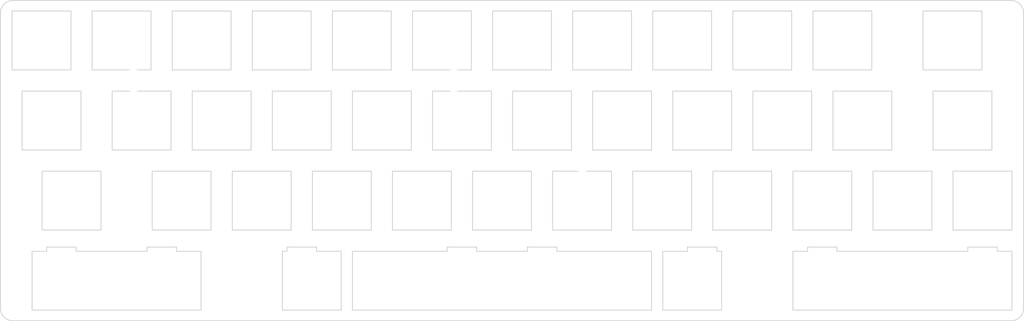
<source format=kicad_pcb>
(kicad_pcb (version 20211014) (generator pcbnew)
  (layers (0 "F.Cu" signal) (31 "B.Cu" signal) (34 "B.Paste" user) (35 "F.Paste" user) (36 "B.SilkS" user "B.Silkscreen") (37 "F.SilkS" user "F.Silkscreen") (38 "B.Mask" user) (39 "F.Mask" user) (44 "Edge.Cuts" user))
  (net 0 "")
  (footprint "" (layer "F.Cu") (at 211.056043 124.937401)
    (fp_text reference "" (at 0 0) (layer "F.SilkS") (effects (font (size 1.27 1.27))))
    (fp_text value "" (at 0 0) (layer "F.SilkS") (effects (font (size 1.27 1.27))))
    (pad "" np_thru_hole circle (at 0 0) (size 5.3 5.3) (drill 5.3) (layers F&B.Cu *.Mask))
  )
  (footprint "" (layer "F.Cu") (at 60.11875 78.4375)
    (fp_text reference "" (at 0 0) (layer "F.SilkS") (effects (font (size 1.27 1.27))))
    (fp_text value "" (at 0 0) (layer "F.SilkS") (effects (font (size 1.27 1.27))))
    (pad "" np_thru_hole circle (at 0 0) (size 5.3 5.3) (drill 5.3) (layers F&B.Cu *.Mask))
  )
  (footprint "" (layer "F.Cu") (at 136.318751 78.4375)
    (fp_text reference "" (at 0 0) (layer "F.SilkS") (effects (font (size 1.27 1.27))))
    (fp_text value "" (at 0 0) (layer "F.SilkS") (effects (font (size 1.27 1.27))))
    (pad "" np_thru_hole circle (at 0 0) (size 5.3 5.3) (drill 5.3) (layers F&B.Cu *.Mask))
  )
  (footprint "" (layer "F.Cu") (at 239.356043 76.1375)
    (fp_text reference "" (at 0 0) (layer "F.SilkS") (effects (font (size 1.27 1.27))))
    (fp_text value "" (at 0 0) (layer "F.SilkS") (effects (font (size 1.27 1.27))))
    (pad "" np_thru_hole circle (at 0 0) (size 5.3 5.3) (drill 5.3) (layers F&B.Cu *.Mask))
  )
  (footprint "" (layer "F.Cu") (at 166.806043 97.5375)
    (fp_text reference "" (at 0 0) (layer "F.SilkS") (effects (font (size 1.27 1.27))))
    (fp_text value "" (at 0 0) (layer "F.SilkS") (effects (font (size 1.27 1.27))))
    (pad "" np_thru_hole circle (at 0 0) (size 5.3 5.3) (drill 5.3) (layers F&B.Cu *.Mask))
  )
  (footprint "" (layer "F.Cu") (at 58.56875 113.187401)
    (fp_text reference "" (at 0 0) (layer "F.SilkS") (effects (font (size 1.27 1.27))))
    (fp_text value "" (at 0 0) (layer "F.SilkS") (effects (font (size 1.27 1.27))))
    (pad "" np_thru_hole circle (at 0 0) (size 5.3 5.3) (drill 5.3) (layers F&B.Cu *.Mask))
  )
  (gr_line (start 269.08125 114.0125) (end 255.08125 114.0125) (layer "Edge.Cuts") (width 0.2))
  (gr_line (start 153.80625 118.0625) (end 160.80625 118.062499) (layer "Edge.Cuts") (width 0.2))
  (gr_line (start 164.30625 80.9625) (end 164.30625 94.9625) (layer "Edge.Cuts") (width 0.2))
  (gr_line (start 69.05625 94.9625) (end 55.05625 94.9625) (layer "Edge.Cuts") (width 0.2))
  (gr_line (start 183.643751 75.9125) (end 183.643751 61.9125) (layer "Edge.Cuts") (width 0.2))
  (gr_line (start 131.25625 80.9625) (end 145.25625 80.9625) (layer "Edge.Cuts") (width 0.2))
  (gr_line (start 39.4745 119.0625) (end 39.4745 118.062499) (layer "Edge.Cuts") (width 0.2))
  (gr_line (start 64.29375 61.912499) (end 64.29375 75.912499) (layer "Edge.Cuts") (width 0.2))
  (gr_arc (start 268.856043 59.387499) (mid 270.977365 60.266178) (end 271.856044 62.3875) (layer "Edge.Cuts") (width 0.2))
  (gr_line (start 50.29375 75.912499) (end 50.29375 61.912499) (layer "Edge.Cuts") (width 0.2))
  (gr_line (start 186.025 119.0625) (end 191.90625 119.0625) (layer "Edge.Cuts") (width 0.2))
  (gr_line (start 258.58125 118.0625) (end 265.58125 118.062499) (layer "Edge.Cuts") (width 0.2))
  (gr_line (start 107.44375 61.9125) (end 121.44375 61.9125) (layer "Edge.Cuts") (width 0.2))
  (gr_line (start 96.65625 119.0625) (end 96.65625 118.062499) (layer "Edge.Cuts") (width 0.2))
  (gr_line (start 230.98125 114.012499) (end 216.98125 114.012499) (layer "Edge.Cuts") (width 0.2))
  (gr_line (start 145.54375 75.912499) (end 145.54375 61.9125) (layer "Edge.Cuts") (width 0.2))
  (gr_line (start 264.31875 80.9625) (end 264.31875 94.9625) (layer "Edge.Cuts") (width 0.2))
  (gr_line (start 69.343752 61.9125) (end 69.343752 75.9125) (layer "Edge.Cuts") (width 0.2))
  (gr_line (start 109.5375 133.0625) (end 95.5375 133.062499) (layer "Edge.Cuts") (width 0.2))
  (gr_line (start 150.30625 80.9625) (end 164.30625 80.9625) (layer "Edge.Cuts") (width 0.2))
  (gr_line (start 88.393751 61.9125) (end 102.393751 61.9125) (layer "Edge.Cuts") (width 0.2))
  (gr_line (start 36.006251 119.0625) (end 39.4745 119.0625) (layer "Edge.Cuts") (width 0.2))
  (gr_line (start 47.625 80.9625) (end 47.625 94.9625) (layer "Edge.Cuts") (width 0.2))
  (gr_line (start 107.156251 80.9625) (end 107.156251 94.9625) (layer "Edge.Cuts") (width 0.2))
  (gr_line (start 216.69375 75.9125) (end 202.69375 75.9125) (layer "Edge.Cuts") (width 0.2))
  (gr_line (start 45.24375 61.9125) (end 45.24375 75.9125) (layer "Edge.Cuts") (width 0.2))
  (gr_line (start 227.481251 118.062499) (end 227.481251 119.0625) (layer "Edge.Cuts") (width 0.2))
  (gr_line (start 74.106251 94.9625) (end 74.106251 80.9625) (layer "Edge.Cuts") (width 0.2))
  (gr_line (start 78.58125 114.0125) (end 64.58125 114.0125) (layer "Edge.Cuts") (width 0.2))
  (gr_line (start 88.393751 75.9125) (end 88.393751 61.9125) (layer "Edge.Cuts") (width 0.2))
  (gr_line (start 31.24375 75.9125) (end 31.24375 61.9125) (layer "Edge.Cuts") (width 0.2))
  (gr_line (start 221.45625 80.9625) (end 221.45625 94.9625) (layer "Edge.Cuts") (width 0.2))
  (gr_line (start 63.3505 119.0625) (end 63.3505 118.0625) (layer "Edge.Cuts") (width 0.2))
  (gr_line (start 52.387501 100.0125) (end 52.387501 114.0125) (layer "Edge.Cuts") (width 0.2))
  (gr_line (start 271.856044 132.5874) (end 271.856044 62.3875) (layer "Edge.Cuts") (width 0.2))
  (gr_line (start 52.387501 114.0125) (end 38.3875 114.0125) (layer "Edge.Cuts") (width 0.2))
  (gr_line (start 202.69375 61.9125) (end 216.69375 61.9125) (layer "Edge.Cuts") (width 0.2))
  (gr_line (start 38.3875 114.0125) (end 38.3875 100.0125) (layer "Edge.Cuts") (width 0.2))
  (gr_line (start 258.581251 119.0625) (end 258.58125 118.0625) (layer "Edge.Cuts") (width 0.2))
  (gr_line (start 191.90625 118.062499) (end 198.90625 118.0625) (layer "Edge.Cuts") (width 0.2))
  (gr_line (start 145.25625 94.9625) (end 131.25625 94.9625) (layer "Edge.Cuts") (width 0.2))
  (gr_line (start 202.406251 80.9625) (end 202.406251 94.9625) (layer "Edge.Cuts") (width 0.2))
  (gr_line (start 154.78125 114.012499) (end 140.781251 114.0125) (layer "Edge.Cuts") (width 0.2))
  (gr_line (start 186.025 133.0625) (end 186.025 119.0625) (layer "Edge.Cuts") (width 0.2))
  (gr_line (start 145.25625 80.9625) (end 145.25625 94.9625) (layer "Edge.Cuts") (width 0.2))
  (gr_arc (start 28.46875 62.3875) (mid 29.34743 60.266179) (end 31.468751 59.3875) (layer "Edge.Cuts") (width 0.2))
  (gr_line (start 188.406251 80.9625) (end 202.406251 80.9625) (layer "Edge.Cuts") (width 0.2))
  (gr_line (start 221.74375 61.9125) (end 235.74375 61.9125) (layer "Edge.Cuts") (width 0.2))
  (gr_line (start 121.44375 75.9125) (end 107.44375 75.9125) (layer "Edge.Cuts") (width 0.2))
  (gr_line (start 183.35625 119.0625) (end 183.35625 133.0625) (layer "Edge.Cuts") (width 0.2))
  (gr_line (start 55.05625 94.9625) (end 55.05625 80.9625) (layer "Edge.Cuts") (width 0.2))
  (gr_line (start 235.74375 61.9125) (end 235.74375 75.9125) (layer "Edge.Cuts") (width 0.2))
  (gr_line (start 102.68125 114.012499) (end 102.68125 100.012499) (layer "Edge.Cuts") (width 0.2))
  (gr_line (start 268.856043 59.387499) (end 31.468751 59.3875) (layer "Edge.Cuts") (width 0.2))
  (gr_line (start 169.356251 94.9625) (end 169.356251 80.9625) (layer "Edge.Cuts") (width 0.2))
  (gr_line (start 107.44375 75.9125) (end 107.44375 61.9125) (layer "Edge.Cuts") (width 0.2))
  (gr_line (start 269.08125 133.0625) (end 216.98125 133.062499) (layer "Edge.Cuts") (width 0.2))
  (gr_line (start 188.406251 94.9625) (end 188.406251 80.9625) (layer "Edge.Cuts") (width 0.2))
  (gr_line (start 261.9375 75.9125) (end 247.9375 75.912499) (layer "Edge.Cuts") (width 0.2))
  (gr_line (start 126.20625 80.9625) (end 126.20625 94.9625) (layer "Edge.Cuts") (width 0.2))
  (gr_line (start 159.54375 61.9125) (end 159.54375 75.9125) (layer "Edge.Cuts") (width 0.2))
  (gr_line (start 121.73125 114.012499) (end 121.73125 100.012499) (layer "Edge.Cuts") (width 0.2))
  (gr_line (start 33.625 94.9625) (end 33.625 80.9625) (layer "Edge.Cuts") (width 0.2))
  (gr_line (start 178.59375 75.912499) (end 164.59375 75.912499) (layer "Edge.Cuts") (width 0.2))
  (gr_line (start 226.50625 80.9625) (end 240.50625 80.9625) (layer "Edge.Cuts") (width 0.2))
  (gr_line (start 140.49375 75.9125) (end 126.49375 75.9125) (layer "Edge.Cuts") (width 0.2))
  (gr_line (start 178.59375 61.912499) (end 178.59375 75.912499) (layer "Edge.Cuts") (width 0.2))
  (gr_line (start 93.15625 80.9625) (end 107.156251 80.9625) (layer "Edge.Cuts") (width 0.2))
  (gr_line (start 216.69375 61.9125) (end 216.69375 75.9125) (layer "Edge.Cuts") (width 0.2))
  (gr_line (start 78.58125 100.0125) (end 78.58125 114.0125) (layer "Edge.Cuts") (width 0.2))
  (gr_line (start 140.78125 100.012502) (end 140.781251 114.0125) (layer "Edge.Cuts") (width 0.2))
  (gr_line (start 88.106251 80.9625) (end 88.106251 94.9625) (layer "Edge.Cuts") (width 0.2))
  (gr_line (start 250.31875 80.9625) (end 264.31875 80.9625) (layer "Edge.Cuts") (width 0.2))
  (gr_line (start 47.625 94.9625) (end 33.625 94.9625) (layer "Edge.Cuts") (width 0.2))
  (gr_line (start 97.63125 100.0125) (end 97.631251 114.012499) (layer "Edge.Cuts") (width 0.2))
  (gr_line (start 141.75625 118.062499) (end 141.75625 119.0625) (layer "Edge.Cuts") (width 0.2))
  (gr_line (start 230.98125 100.012499) (end 230.98125 114.012499) (layer "Edge.Cuts") (width 0.2))
  (gr_line (start 103.65625 118.0625) (end 103.656251 119.0625) (layer "Edge.Cuts") (width 0.2))
  (gr_line (start 269.08125 119.0625) (end 269.08125 133.0625) (layer "Edge.Cuts") (width 0.2))
  (gr_line (start 46.4745 119.0625) (end 63.3505 119.0625) (layer "Edge.Cuts") (width 0.2))
  (gr_line (start 121.73125 100.012499) (end 135.73125 100.012499) (layer "Edge.Cuts") (width 0.2))
  (gr_line (start 112.206251 119.0625) (end 134.75625 119.062499) (layer "Edge.Cuts") (width 0.2))
  (gr_line (start 33.625 80.9625) (end 47.625 80.9625) (layer "Edge.Cuts") (width 0.2))
  (gr_line (start 164.30625 94.9625) (end 150.30625 94.9625) (layer "Edge.Cuts") (width 0.2))
  (gr_line (start 150.30625 94.9625) (end 150.30625 80.9625) (layer "Edge.Cuts") (width 0.2))
  (gr_line (start 197.643751 61.9125) (end 197.643751 75.9125) (layer "Edge.Cuts") (width 0.2))
  (gr_line (start 159.54375 75.9125) (end 145.54375 75.912499) (layer "Edge.Cuts") (width 0.2))
  (gr_line (start 240.50625 94.9625) (end 226.50625 94.9625) (layer "Edge.Cuts") (width 0.2))
  (gr_line (start 250.03125 114.012499) (end 236.03125 114.012499) (layer "Edge.Cuts") (width 0.2))
  (gr_line (start 178.88125 114.0125) (end 178.88125 100.0125) (layer "Edge.Cuts") (width 0.2))
  (gr_line (start 202.69375 75.9125) (end 202.69375 61.9125) (layer "Edge.Cuts") (width 0.2))
  (gr_line (start 265.58125 119.0625) (end 269.08125 119.0625) (layer "Edge.Cuts") (width 0.2))
  (gr_line (start 221.45625 94.9625) (end 207.45625 94.9625) (layer "Edge.Cuts") (width 0.2))
  (gr_line (start 236.031251 100.0125) (end 250.03125 100.012499) (layer "Edge.Cuts") (width 0.2))
  (gr_line (start 250.31875 94.9625) (end 250.31875 80.9625) (layer "Edge.Cuts") (width 0.2))
  (gr_line (start 36.006251 133.0625) (end 36.006251 119.0625) (layer "Edge.Cuts") (width 0.2))
  (gr_line (start 55.05625 80.9625) (end 69.05625 80.9625) (layer "Edge.Cuts") (width 0.2))
  (gr_line (start 226.50625 94.9625) (end 226.50625 80.9625) (layer "Edge.Cuts") (width 0.2))
  (gr_line (start 169.356251 80.9625) (end 183.35625 80.9625) (layer "Edge.Cuts") (width 0.2))
  (gr_line (start 197.93125 100.012499) (end 211.931251 100.012499) (layer "Edge.Cuts") (width 0.2))
  (gr_line (start 145.54375 61.9125) (end 159.54375 61.9125) (layer "Edge.Cuts") (width 0.2))
  (gr_line (start 255.08125 100.0125) (end 269.08125 100.0125) (layer "Edge.Cuts") (width 0.2))
  (gr_line (start 216.981251 119.0625) (end 220.48125 119.0625) (layer "Edge.Cuts") (width 0.2))
  (gr_line (start 83.631251 100.012499) (end 97.63125 100.0125) (layer "Edge.Cuts") (width 0.2))
  (gr_line (start 109.5375 119.0625) (end 109.5375 133.0625) (layer "Edge.Cuts") (width 0.2))
  (gr_line (start 50.29375 61.912499) (end 64.29375 61.912499) (layer "Edge.Cuts") (width 0.2))
  (gr_line (start 102.393751 61.9125) (end 102.393751 75.9125) (layer "Edge.Cuts") (width 0.2))
  (gr_line (start 126.49375 75.9125) (end 126.49375 61.9125) (layer "Edge.Cuts") (width 0.2))
  (gr_line (start 140.49375 61.9125) (end 140.49375 75.9125) (layer "Edge.Cuts") (width 0.2))
  (gr_line (start 269.08125 100.0125) (end 269.08125 114.0125) (layer "Edge.Cuts") (width 0.2))
  (gr_line (start 63.3505 118.0625) (end 70.3505 118.062499) (layer "Edge.Cuts") (width 0.2))
  (gr_line (start 178.88125 100.0125) (end 192.88125 100.0125) (layer "Edge.Cuts") (width 0.2))
  (gr_line (start 227.481251 119.0625) (end 258.581251 119.0625) (layer "Edge.Cuts") (width 0.2))
  (gr_line (start 103.656251 119.0625) (end 109.5375 119.0625) (layer "Edge.Cuts") (width 0.2))
  (gr_line (start 64.58125 114.0125) (end 64.58125 100.0125) (layer "Edge.Cuts") (width 0.2))
  (gr_line (start 202.406251 94.9625) (end 188.406251 94.9625) (layer "Edge.Cuts") (width 0.2))
  (gr_line (start 220.48125 119.0625) (end 220.48125 118.062499) (layer "Edge.Cuts") (width 0.2))
  (gr_line (start 140.78125 100.012502) (end 154.781248 100.012501) (layer "Edge.Cuts") (width 0.2))
  (gr_line (start 153.806251 119.0625) (end 153.80625 118.0625) (layer "Edge.Cuts") (width 0.2))
  (gr_line (start 64.58125 100.0125) (end 78.58125 100.0125) (layer "Edge.Cuts") (width 0.2))
  (gr_line (start 83.631251 114.012499) (end 83.631251 100.012499) (layer "Edge.Cuts") (width 0.2))
  (gr_line (start 159.83125 114.0125) (end 159.83125 100.0125) (layer "Edge.Cuts") (width 0.2))
  (gr_line (start 83.34375 75.9125) (end 83.34375 61.9125) (layer "Edge.Cuts") (width 0.2))
  (gr_line (start 83.34375 75.9125) (end 69.343752 75.9125) (layer "Edge.Cuts") (width 0.2))
  (gr_line (start 164.59375 61.912499) (end 178.59375 61.912499) (layer "Edge.Cuts") (width 0.2))
  (gr_line (start 45.24375 75.9125) (end 31.24375 75.9125) (layer "Edge.Cuts") (width 0.2))
  (gr_line (start 46.4745 118.0625) (end 46.4745 119.0625) (layer "Edge.Cuts") (width 0.2))
  (gr_line (start 154.781249 114.012499) (end 154.781248 100.012501) (layer "Edge.Cuts") (width 0.2))
  (gr_line (start 88.106251 94.9625) (end 74.106251 94.9625) (layer "Edge.Cuts") (width 0.2))
  (gr_line (start 160.80625 118.062499) (end 160.80625 119.0625) (layer "Edge.Cuts") (width 0.2))
  (gr_line (start 141.75625 119.0625) (end 153.806251 119.0625) (layer "Edge.Cuts") (width 0.2))
  (gr_line (start 96.65625 118.062499) (end 103.65625 118.0625) (layer "Edge.Cuts") (width 0.2))
  (gr_line (start 173.83125 100.0125) (end 173.83125 114.0125) (layer "Edge.Cuts") (width 0.2))
  (gr_line (start 183.356251 94.9625) (end 169.356251 94.9625) (layer "Edge.Cuts") (width 0.2))
  (gr_line (start 192.88125 114.0125) (end 178.88125 114.0125) (layer "Edge.Cuts") (width 0.2))
  (gr_line (start 93.15625 94.9625) (end 93.15625 80.9625) (layer "Edge.Cuts") (width 0.2))
  (gr_line (start 198.90625 119.062499) (end 200.025 119.0625) (layer "Edge.Cuts") (width 0.2))
  (gr_arc (start 31.46875 135.587401) (mid 29.34743 134.708721) (end 28.46875 132.587401) (layer "Edge.Cuts") (width 0.2))
  (gr_line (start 134.75625 118.0625) (end 141.75625 118.062499) (layer "Edge.Cuts") (width 0.2))
  (gr_line (start 116.68125 100.012499) (end 116.68125 114.012499) (layer "Edge.Cuts") (width 0.2))
  (gr_line (start 236.03125 114.012499) (end 236.031251 100.0125) (layer "Edge.Cuts") (width 0.2))
  (gr_line (start 131.25625 94.9625) (end 131.25625 80.9625) (layer "Edge.Cuts") (width 0.2))
  (gr_line (start 38.3875 100.0125) (end 52.387501 100.0125) (layer "Edge.Cuts") (width 0.2))
  (gr_line (start 220.48125 118.062499) (end 227.481251 118.062499) (layer "Edge.Cuts") (width 0.2))
  (gr_line (start 265.58125 118.062499) (end 265.58125 119.0625) (layer "Edge.Cuts") (width 0.2))
  (gr_line (start 64.29375 75.912499) (end 50.29375 75.912499) (layer "Edge.Cuts") (width 0.2))
  (gr_line (start 207.45625 94.9625) (end 207.45625 80.9625) (layer "Edge.Cuts") (width 0.2))
  (gr_line (start 250.03125 100.012499) (end 250.03125 114.012499) (layer "Edge.Cuts") (width 0.2))
  (gr_line (start 221.74375 75.9125) (end 221.74375 61.9125) (layer "Edge.Cuts") (width 0.2))
  (gr_line (start 197.643751 75.9125) (end 183.643751 75.9125) (layer "Edge.Cuts") (width 0.2))
  (gr_line (start 69.343752 61.9125) (end 83.34375 61.9125) (layer "Edge.Cuts") (width 0.2))
  (gr_line (start 135.73125 100.012499) (end 135.73125 114.012499) (layer "Edge.Cuts") (width 0.2))
  (gr_line (start 74.106251 80.9625) (end 88.106251 80.9625) (layer "Edge.Cuts") (width 0.2))
  (gr_line (start 200.025 119.0625) (end 200.025 133.0625) (layer "Edge.Cuts") (width 0.2))
  (gr_line (start 173.83125 114.0125) (end 159.83125 114.0125) (layer "Edge.Cuts") (width 0.2))
  (gr_line (start 70.3505 118.062499) (end 70.3505 119.0625) (layer "Edge.Cuts") (width 0.2))
  (gr_line (start 95.5375 133.062499) (end 95.5375 119.0625) (layer "Edge.Cuts") (width 0.2))
  (gr_line (start 216.98125 133.062499) (end 216.981251 119.0625) (layer "Edge.Cuts") (width 0.2))
  (gr_line (start 39.4745 118.062499) (end 46.4745 118.0625) (layer "Edge.Cuts") (width 0.2))
  (gr_line (start 198.90625 118.0625) (end 198.90625 119.062499) (layer "Edge.Cuts") (width 0.2))
  (gr_line (start 183.35625 80.9625) (end 183.356251 94.9625) (layer "Edge.Cuts") (width 0.2))
  (gr_line (start 134.75625 119.062499) (end 134.75625 118.0625) (layer "Edge.Cuts") (width 0.2))
  (gr_line (start 70.3505 119.0625) (end 76.2 119.0625) (layer "Edge.Cuts") (width 0.2))
  (gr_line (start 121.44375 61.9125) (end 121.44375 75.9125) (layer "Edge.Cuts") (width 0.2))
  (gr_line (start 97.631251 114.012499) (end 83.631251 114.012499) (layer "Edge.Cuts") (width 0.2))
  (gr_line (start 135.73125 114.012499) (end 121.73125 114.012499) (layer "Edge.Cuts") (width 0.2))
  (gr_line (start 255.08125 114.0125) (end 255.08125 100.0125) (layer "Edge.Cuts") (width 0.2))
  (gr_line (start 192.88125 100.0125) (end 192.88125 114.0125) (layer "Edge.Cuts") (width 0.2))
  (gr_line (start 112.20625 94.9625) (end 112.20625 80.9625) (layer "Edge.Cuts") (width 0.2))
  (gr_line (start 264.31875 94.9625) (end 250.31875 94.9625) (layer "Edge.Cuts") (width 0.2))
  (gr_line (start 107.156251 94.9625) (end 93.15625 94.9625) (layer "Edge.Cuts") (width 0.2))
  (gr_line (start 216.98125 114.012499) (end 216.98125 100.012499) (layer "Edge.Cuts") (width 0.2))
  (gr_line (start 69.05625 80.9625) (end 69.05625 94.9625) (layer "Edge.Cuts") (width 0.2))
  (gr_line (start 183.35625 133.0625) (end 112.20625 133.062499) (layer "Edge.Cuts") (width 0.2))
  (gr_line (start 159.83125 100.0125) (end 173.83125 100.0125) (layer "Edge.Cuts") (width 0.2))
  (gr_line (start 240.50625 80.9625) (end 240.50625 94.9625) (layer "Edge.Cuts") (width 0.2))
  (gr_line (start 126.20625 94.9625) (end 112.20625 94.9625) (layer "Edge.Cuts") (width 0.2))
  (gr_line (start 247.9375 75.912499) (end 247.9375 61.9125) (layer "Edge.Cuts") (width 0.2))
  (gr_line (start 235.74375 75.9125) (end 221.74375 75.9125) (layer "Edge.Cuts") (width 0.2))
  (gr_line (start 183.643751 61.9125) (end 197.643751 61.9125) (layer "Edge.Cuts") (width 0.2))
  (gr_line (start 31.24375 61.9125) (end 45.24375 61.9125) (layer "Edge.Cuts") (width 0.2))
  (gr_line (start 126.49375 61.9125) (end 140.49375 61.9125) (layer "Edge.Cuts") (width 0.2))
  (gr_line (start 197.93125 114.012499) (end 197.93125 100.012499) (layer "Edge.Cuts") (width 0.2))
  (gr_line (start 200.025 133.0625) (end 186.025 133.0625) (layer "Edge.Cuts") (width 0.2))
  (gr_line (start 31.46875 135.587401) (end 268.856043 135.587401) (layer "Edge.Cuts") (width 0.2))
  (gr_line (start 112.20625 80.9625) (end 126.20625 80.9625) (layer "Edge.Cuts") (width 0.2))
  (gr_line (start 160.80625 119.0625) (end 183.35625 119.0625) (layer "Edge.Cuts") (width 0.2))
  (gr_arc (start 271.856044 132.5874) (mid 270.977365 134.708722) (end 268.856043 135.587401) (layer "Edge.Cuts") (width 0.2))
  (gr_line (start 216.98125 100.012499) (end 230.98125 100.012499) (layer "Edge.Cuts") (width 0.2))
  (gr_line (start 76.2 119.0625) (end 76.2 133.0625) (layer "Edge.Cuts") (width 0.2))
  (gr_line (start 112.20625 133.062499) (end 112.206251 119.0625) (layer "Edge.Cuts") (width 0.2))
  (gr_line (start 95.5375 119.0625) (end 96.65625 119.0625) (layer "Edge.Cuts") (width 0.2))
  (gr_line (start 116.68125 114.012499) (end 102.68125 114.012499) (layer "Edge.Cuts") (width 0.2))
  (gr_line (start 211.931251 100.012499) (end 211.931251 114.012499) (layer "Edge.Cuts") (width 0.2))
  (gr_line (start 191.90625 119.0625) (end 191.90625 118.062499) (layer "Edge.Cuts") (width 0.2))
  (gr_line (start 28.46875 62.3875) (end 28.46875 132.587401) (layer "Edge.Cuts") (width 0.2))
  (gr_line (start 102.393751 75.9125) (end 88.393751 75.9125) (layer "Edge.Cuts") (width 0.2))
  (gr_line (start 76.2 133.0625) (end 36.006251 133.0625) (layer "Edge.Cuts") (width 0.2))
  (gr_line (start 247.9375 61.9125) (end 261.9375 61.9125) (layer "Edge.Cuts") (width 0.2))
  (gr_line (start 207.45625 80.9625) (end 221.45625 80.9625) (layer "Edge.Cuts") (width 0.2))
  (gr_line (start 211.931251 114.012499) (end 197.93125 114.012499) (layer "Edge.Cuts") (width 0.2))
  (gr_line (start 164.59375 75.912499) (end 164.59375 61.912499) (layer "Edge.Cuts") (width 0.2))
  (gr_line (start 261.9375 61.9125) (end 261.9375 75.9125) (layer "Edge.Cuts") (width 0.2))
  (gr_line (start 102.68125 100.012499) (end 116.68125 100.012499) (layer "Edge.Cuts") (width 0.2))
)
</source>
